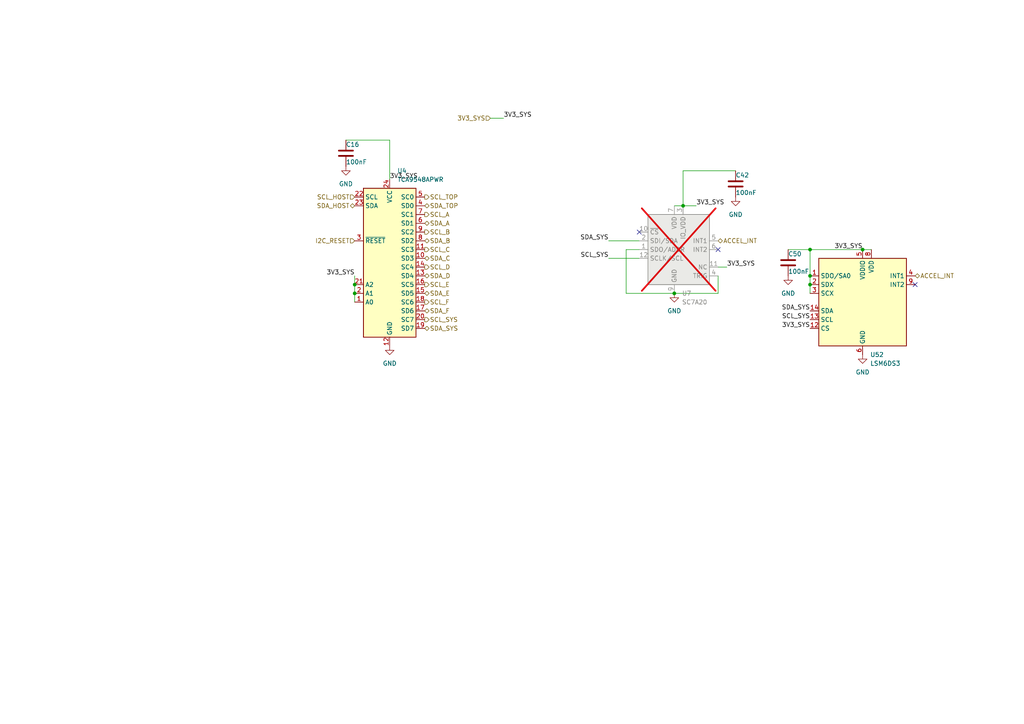
<source format=kicad_sch>
(kicad_sch (version 20230121) (generator eeschema)
  (paper "A4")
  (lib_symbols
    (symbol "Device:C" (pin_numbers hide) (pin_names (offset 0.254))
      (property "Reference" "C" (at 0.635 2.54 0))
      (property "Value" "C" (at 0.635 -2.54 0))
      (symbol "C_0_1"
        (polyline (pts (xy -2.032 -0.762) (xy 2.032 -0.762)) (stroke (width 0.508)))
        (polyline (pts (xy -2.032 0.762) (xy 2.032 0.762)) (stroke (width 0.508)))
      )
      (symbol "C_1_1"
        (pin passive line (at 0 3.81 270) (length 2.794) (name "~") (number "1"))
        (pin passive line (at 0 -3.81 90) (length 2.794) (name "~") (number "2"))
      )
    )
    (symbol "Interface_Expansion:TCA9548APWR"
      (property "Reference" "U" (at -7.62 21.59 0))
      (property "Value" "TCA9548APWR" (at 1.016 21.59 0))
      (symbol "TCA9548APWR_0_1"
        (rectangle (start -7.62 20.32) (end 7.62 -22.86) (stroke (width 0.254)) (fill (type background)))
      )
      (symbol "TCA9548APWR_1_1"
        (pin input line (at -10.16 -12.7 0) (length 2.54) (name "A0") (number "1"))
        (pin bidirectional line (at 10.16 0 180) (length 2.54) (name "SD3") (number "10"))
        (pin output line (at 10.16 2.54 180) (length 2.54) (name "SC3") (number "11"))
        (pin power_in line (at 0 -25.4 90) (length 2.54) (name "GND") (number "12"))
        (pin bidirectional line (at 10.16 -5.08 180) (length 2.54) (name "SD4") (number "13"))
        (pin output line (at 10.16 -2.54 180) (length 2.54) (name "SC4") (number "14"))
        (pin bidirectional line (at 10.16 -10.16 180) (length 2.54) (name "SD5") (number "15"))
        (pin output line (at 10.16 -7.62 180) (length 2.54) (name "SC5") (number "16"))
        (pin bidirectional line (at 10.16 -15.24 180) (length 2.54) (name "SD6") (number "17"))
        (pin output line (at 10.16 -12.7 180) (length 2.54) (name "SC6") (number "18"))
        (pin bidirectional line (at 10.16 -20.32 180) (length 2.54) (name "SD7") (number "19"))
        (pin input line (at -10.16 -10.16 0) (length 2.54) (name "A1") (number "2"))
        (pin output line (at 10.16 -17.78 180) (length 2.54) (name "SC7") (number "20"))
        (pin input line (at -10.16 -7.62 0) (length 2.54) (name "A2") (number "21"))
        (pin input line (at -10.16 17.78 0) (length 2.54) (name "SCL") (number "22"))
        (pin bidirectional line (at -10.16 15.24 0) (length 2.54) (name "SDA") (number "23"))
        (pin power_in line (at 0 22.86 270) (length 2.54) (name "VCC") (number "24"))
        (pin input line (at -10.16 5.08 0) (length 2.54) (name "~{RESET}") (number "3"))
        (pin bidirectional line (at 10.16 15.24 180) (length 2.54) (name "SD0") (number "4"))
        (pin output line (at 10.16 17.78 180) (length 2.54) (name "SC0") (number "5"))
        (pin bidirectional line (at 10.16 10.16 180) (length 2.54) (name "SD1") (number "6"))
        (pin output line (at 10.16 12.7 180) (length 2.54) (name "SC1") (number "7"))
        (pin bidirectional line (at 10.16 5.08 180) (length 2.54) (name "SD2") (number "8"))
        (pin output line (at 10.16 7.62 180) (length 2.54) (name "SC2") (number "9"))
      )
    )
    (symbol "Sensor_Motion:KX022-1020"
      (property "Reference" "U" (at -5.08 11.43 0))
      (property "Value" "KX022-1020" (at 3.81 11.43 0))
      (symbol "KX022-1020_0_1"
        (rectangle (start -7.62 10.16) (end 10.16 -10.16) (stroke (width 0.254)) (fill (type background)))
      )
      (symbol "KX022-1020_1_1"
        (pin bidirectional line (at -10.16 0 0) (length 2.54) (name "SDO/ADDR") (number "1"))
        (pin input line (at -10.16 5.08 0) (length 2.54) (name "~{CS}") (number "10"))
        (pin passive line (at 12.7 -5.08 180) (length 2.54) (name "NC") (number "11"))
        (pin input line (at -10.16 -2.54 0) (length 2.54) (name "SCLK/SCL") (number "12"))
        (pin bidirectional line (at -10.16 2.54 0) (length 2.54) (name "SDI/SDA") (number "2"))
        (pin power_in line (at 2.54 12.7 270) (length 2.54) (name "IO_VDD") (number "3"))
        (pin input line (at 12.7 -7.62 180) (length 2.54) (name "TRIG") (number "4"))
        (pin output line (at 12.7 2.54 180) (length 2.54) (name "INT1") (number "5"))
        (pin output line (at 12.7 0 180) (length 2.54) (name "INT2") (number "6"))
        (pin power_in line (at 0 12.7 270) (length 2.54) (name "VDD") (number "7"))
        (pin power_in line (at 0 -12.7 90) (length 2.54) (name "GND") (number "9"))
      )
    )
    (symbol "Sensor_Motion:LSM6DS3"
      (property "Reference" "U" (at -11.43 15.24 0))
      (property "Value" "LSM6DS3" (at -11.43 12.7 0))
      (symbol "LSM6DS3_0_1"
        (rectangle (start -12.7 12.7) (end 12.7 -12.7) (stroke (width 0.254)) (fill (type background)))
      )
      (symbol "LSM6DS3_1_1"
        (pin bidirectional line (at -15.24 7.62 0) (length 2.54) (name "SDO/SA0") (number "1"))
        (pin no_connect line (at 12.7 -5.08 180) (length 3.81) hide (name "NC") (number "10"))
        (pin no_connect line (at 12.7 -2.54 180) (length 3.81) hide (name "NC") (number "11"))
        (pin input line (at -15.24 -7.62 0) (length 2.54) (name "CS") (number "12"))
        (pin input line (at -15.24 -5.08 0) (length 2.54) (name "SCL") (number "13"))
        (pin bidirectional line (at -15.24 -2.54 0) (length 2.54) (name "SDA") (number "14"))
        (pin bidirectional line (at -15.24 5.08 0) (length 2.54) (name "SDX") (number "2"))
        (pin input line (at -15.24 2.54 0) (length 2.54) (name "SCX") (number "3"))
        (pin output line (at 15.24 7.62 180) (length 2.54) (name "INT1") (number "4"))
        (pin power_in line (at 0 15.24 270) (length 2.54) (name "VDDIO") (number "5"))
        (pin power_in line (at 0 -15.24 90) (length 2.54) (name "GND") (number "6"))
        (pin passive line (at 0 -15.24 90) (length 2.54) hide (name "GND") (number "7"))
        (pin power_in line (at 2.54 15.24 270) (length 2.54) (name "VDD") (number "8"))
        (pin output line (at 15.24 5.08 180) (length 2.54) (name "INT2") (number "9"))
      )
    )
    (symbol "power:GND" (power) (pin_names (offset 0))
      (property "Value" "GND" (at 0 -3.81 0))
      (symbol "GND_0_1"
        (polyline (pts (xy 0 0) (xy 0 -1.27) (xy 1.27 -1.27) (xy 0 -2.54) (xy -1.27 -1.27) (xy 0 -1.27)))
      )
      (symbol "GND_1_1"
        (pin power_in line (at 0 0 270) (length 0) hide (name "GND") (number "1"))
      )
    )
  )
  (junction (at 234.95 80.01))
  (junction (at 234.95 82.55))
  (junction (at 102.87 85.09))
  (junction (at 250.19 72.39))
  (junction (at 102.87 82.55))
  (junction (at 234.95 72.39))
  (junction (at 198.12 59.69))
  (junction (at 195.58 85.09))
  (no_connect (at 208.28 72.39))
  (no_connect (at 185.42 67.31))
  (no_connect (at 265.43 82.55))
  (wire (pts (xy 102.87 82.55) (xy 102.87 85.09)))
  (wire (pts (xy 198.12 59.69) (xy 201.93 59.69)))
  (wire (pts (xy 176.53 74.93) (xy 185.42 74.93)))
  (wire (pts (xy 113.03 40.64) (xy 100.33 40.64)))
  (wire (pts (xy 208.28 85.09) (xy 195.58 85.09)))
  (wire (pts (xy 176.53 69.85) (xy 185.42 69.85)))
  (wire (pts (xy 234.95 80.01) (xy 234.95 72.39)))
  (wire (pts (xy 213.36 49.53) (xy 198.12 49.53)))
  (wire (pts (xy 228.6 72.39) (xy 234.95 72.39)))
  (wire (pts (xy 102.87 80.01) (xy 102.87 82.55)))
  (wire (pts (xy 181.61 85.09) (xy 195.58 85.09)))
  (wire (pts (xy 234.95 82.55) (xy 234.95 80.01)))
  (wire (pts (xy 113.03 52.07) (xy 113.03 40.64)))
  (wire (pts (xy 234.95 85.09) (xy 234.95 82.55)))
  (wire (pts (xy 195.58 59.69) (xy 198.12 59.69)))
  (wire (pts (xy 234.95 72.39) (xy 250.19 72.39)))
  (wire (pts (xy 198.12 49.53) (xy 198.12 59.69)))
  (wire (pts (xy 181.61 72.39) (xy 181.61 85.09)))
  (wire (pts (xy 185.42 72.39) (xy 181.61 72.39)))
  (wire (pts (xy 102.87 85.09) (xy 102.87 87.63)))
  (wire (pts (xy 208.28 77.47) (xy 210.82 77.47)))
  (wire (pts (xy 208.28 80.01) (xy 208.28 85.09)))
  (wire (pts (xy 250.19 72.39) (xy 252.73 72.39)))
  (wire (pts (xy 142.24 34.29) (xy 146.05 34.29)))
  (label "3V3_SYS" (at 113.03 52.07 0))
  (label "3V3_SYS" (at 234.95 95.25 180))
  (label "SCL_SYS" (at 234.95 92.71 180))
  (label "SCL_SYS" (at 176.53 74.93 180))
  (label "3V3_SYS" (at 250.19 72.39 180))
  (label "SDA_SYS" (at 234.95 90.17 180))
  (label "3V3_SYS" (at 102.87 80.01 180))
  (label "3V3_SYS" (at 201.93 59.69 0))
  (label "3V3_SYS" (at 210.82 77.47 0))
  (label "SDA_SYS" (at 176.53 69.85 180))
  (label "3V3_SYS" (at 146.05 34.29 0))
  (hierarchical_label "3V3_SYS" (shape input) (at 142.24 34.29 180))
  (hierarchical_label "SCL_E" (shape output) (at 123.19 82.55 0))
  (hierarchical_label "SDA_D" (shape bidirectional) (at 123.19 80.01 0))
  (hierarchical_label "SDA_HOST" (shape bidirectional) (at 102.87 59.69 180))
  (hierarchical_label "SCL_SYS" (shape output) (at 123.19 92.71 0))
  (hierarchical_label "SCL_F" (shape output) (at 123.19 87.63 0))
  (hierarchical_label "SDA_B" (shape bidirectional) (at 123.19 69.85 0))
  (hierarchical_label "I2C_RESET" (shape input) (at 102.87 69.85 180))
  (hierarchical_label "ACCEL_INT" (shape bidirectional) (at 208.28 69.85 0))
  (hierarchical_label "SCL_B" (shape output) (at 123.19 67.31 0))
  (hierarchical_label "SDA_C" (shape bidirectional) (at 123.19 74.93 0))
  (hierarchical_label "SCL_HOST" (shape input) (at 102.87 57.15 180))
  (hierarchical_label "SCL_TOP" (shape output) (at 123.19 57.15 0))
  (hierarchical_label "SDA_F" (shape bidirectional) (at 123.19 90.17 0))
  (hierarchical_label "SCL_C" (shape output) (at 123.19 72.39 0))
  (hierarchical_label "SDA_A" (shape bidirectional) (at 123.19 64.77 0))
  (hierarchical_label "SDA_SYS" (shape bidirectional) (at 123.19 95.25 0))
  (hierarchical_label "SCL_D" (shape output) (at 123.19 77.47 0))
  (hierarchical_label "SDA_E" (shape bidirectional) (at 123.19 85.09 0))
  (hierarchical_label "SDA_TOP" (shape bidirectional) (at 123.19 59.69 0))
  (hierarchical_label "ACCEL_INT" (shape bidirectional) (at 265.43 80.01 0))
  (hierarchical_label "SCL_A" (shape output) (at 123.19 62.23 0))
  (symbol (lib_id "power:GND") (at 250.19 102.87 0) (unit 1)
    (property "Reference" "#PWR070" (effects hide))
    (property "Value" "GND" (at 250.19 107.95 0))
  )
  (symbol (lib_id "Interface_Expansion:TCA9548APWR") (at 113.03 74.93 0) (unit 1)
    (property "Reference" "U4" (at 115.2241 49.53 0) (effects (justify left)))
    (property "Value" "TCA9548APWR" (at 115.2241 52.07 0) (effects (justify left)))
    (property "Footprint" "Package_SO:TSSOP-24_4.4x7.8mm_P0.65mm" (effects hide))
    (property "Datasheet" "http://www.ti.com/lit/ds/symlink/tca9548a.pdf" (effects hide))
  )
  (symbol (lib_id "Device:C") (at 213.36 53.34 0) (unit 1)
    (property "Reference" "C42" (at 213.36 50.8 0) (effects (justify left)))
    (property "Value" "100nF" (at 213.36 55.88 0) (effects (justify left)))
    (property "Footprint" "Capacitor_SMD:C_0402_1005Metric" (effects hide))
  )
  (symbol (lib_id "power:GND") (at 228.6 80.01 0) (unit 1)
    (property "Reference" "#PWR071" (effects hide))
    (property "Value" "GND" (at 228.6 85.09 0))
  )
  (symbol (lib_id "Device:C") (at 100.33 44.45 0) (unit 1)
    (property "Reference" "C16" (at 100.33 41.91 0) (effects (justify left)))
    (property "Value" "100nF" (at 100.33 46.99 0) (effects (justify left)))
    (property "Footprint" "Capacitor_SMD:C_0402_1005Metric" (effects hide))
  )
  (symbol (lib_id "Device:C") (at 228.6 76.2 0) (unit 1)
    (property "Reference" "C50" (at 228.6 73.66 0) (effects (justify left)))
    (property "Value" "100nF" (at 228.6 78.74 0) (effects (justify left)))
    (property "Footprint" "Capacitor_SMD:C_0402_1005Metric" (effects hide))
  )
  (symbol (lib_id "power:GND") (at 213.36 57.15 0) (unit 1)
    (property "Reference" "#PWR061" (effects hide))
    (property "Value" "GND" (at 213.36 62.23 0))
  )
  (symbol (lib_id "power:GND") (at 195.58 85.09 0) (unit 1)
    (property "Reference" "#PWR050" (effects hide))
    (property "Value" "GND" (at 195.58 90.17 0))
  )
  (symbol (lib_id "power:GND") (at 113.03 100.33 0) (unit 1)
    (property "Reference" "#PWR042" (effects hide))
    (property "Value" "GND" (at 113.03 105.41 0))
  )
  (symbol (lib_id "Sensor_Motion:LSM6DS3") (at 250.19 87.63 0) (unit 1)
    (property "Reference" "U52" (at 252.3841 102.87 0) (effects (justify left)))
    (property "Value" "LSM6DS3" (at 252.3841 105.41 0) (effects (justify left)))
    (property "Footprint" "Package_LGA:LGA-14_3x2.5mm_P0.5mm_LayoutBorder3x4y" (effects hide))
    (property "Datasheet" "https://www.st.com/resource/en/datasheet/lsm6ds3tr-c.pdf" (effects hide))
  )
  (symbol (lib_id "power:GND") (at 100.33 48.26 0) (unit 1)
    (property "Reference" "#PWR062" (effects hide))
    (property "Value" "GND" (at 100.33 53.34 0))
  )
  (symbol (lib_id "Sensor_Motion:KX022-1020") (at 195.58 72.39 0) (unit 1) (dnp yes)
    (property "Reference" "U7" (at 197.7741 85.09 0) (effects (justify left)))
    (property "Value" "SC7A20" (at 197.7741 87.63 0) (effects (justify left)))
    (property "Footprint" "Package_LGA:LGA-12_2x2mm_P0.5mm" (effects hide))
    (property "Datasheet" "https://kionixfs.azureedge.net/en/datasheet/KX022-1020%20Specifications%20Rev%2012.0.pdf" (effects hide))
  )
)
</source>
